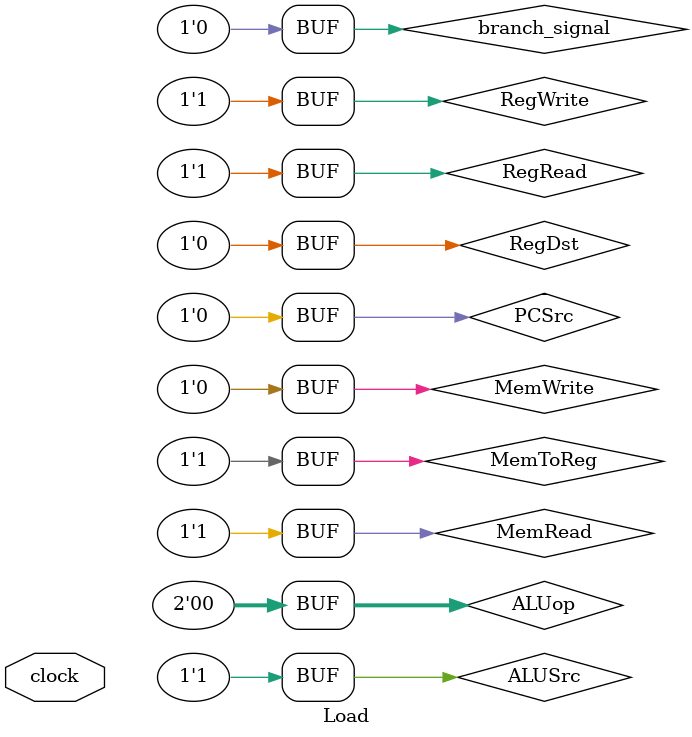
<source format=v>
/* MIPS Core Module is the centre of all operations that handles all the operations and instantiates
   all the necessary modules
*/
`include "Register_read_write.v"
`include "../Module 1 - ALU/ALU32bit.v"
`include "../Module 2 - ALU Control/ALUcontrol.v"
`include "Instruction_read.v"
`include "Memory_read_write.v"
`include "../Module 3 - Instruction Fetch/parse_instruction.v"


module Load(clock);

    input clock;   // Execution happens only at positive level-transition (edge sensitive)
	
    // Program counter
    reg[31:0] PC = 32'b0; 
	
    // Instruction
    wire [31:0] instruction;
	
    // Parse instruction
    wire [5:0] funct;
    wire [4:0] rs, rt, rd, shamt;
    wire [25:0] address;
    wire [31:0] immediate;
    wire [5:0] opcode;
	wire [3:0] ALUInput;
	
    // Signals
    reg RegRead, RegWrite, RegDst;  
    reg MemRead, MemWrite, MemToReg;
    reg branch_signal;
	wire flag;
    reg PCSrc, ALUSrc;
	reg [1:0] ALUop;
	
    // Registers contents
    wire [31:0] write_data, rs_content, rt_content, memory_read_data;
	
	// Control signals for Load Instruction
	initial begin
	MemRead  		= 1'b1;
    MemWrite 		= 1'b0;
    RegWrite 		= 1'b1;
    RegRead  		= 1'b1;
    RegDst   		= 1'b0;
    branch_signal   = 1'b0;
    ALUSrc   		= 1'b1;
    PCSrc    		= 1'b0;
    MemToReg 		= 1'b1;
	ALUop	 		= 2'b00;
	end
	
    // Instantiating all necessary modules
    read_instructions p1 (instruction, PC);
    parse_instruction p2 (opcode, rs, rt, rd, shamt, funct, immediate, address, instruction, PC);
	alu_control_unit p3 (ALUInput, funct, ALUop);
    ALU32bit p4 (write_data, flag, rs, rt, rs_content, rt_content, immediate, ALUSrc, ALUInput);
    read_write_memory p5 (memory_read_data, write_data, rt_content, opcode, MemRead, MemWrite);
    read_write_registers p6 (rs_content, rt_content, memory_read_data, write_data, rs, rt, rd, opcode, RegRead, RegWrite, RegDst, MemToReg, clock);
	
    // PC operations - The next instruction is read only when the clock is at positive edge
    always @(posedge clock) begin 
        if(branch_signal == 1 & flag == 1) begin
            PC = PC + 1 + $signed(immediate); 
        end
		else
            PC = PC + 1;
    end 
endmodule
</source>
